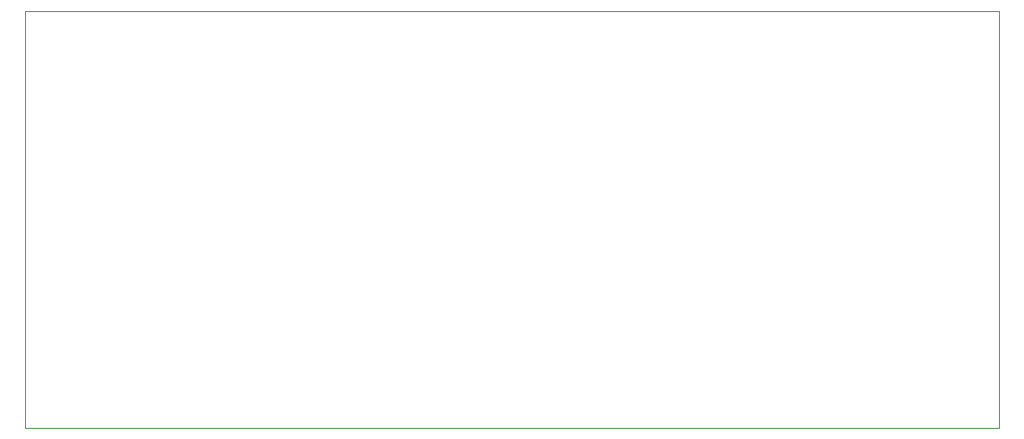
<source format=gbr>
%TF.GenerationSoftware,KiCad,Pcbnew,(6.0.10)*%
%TF.CreationDate,2023-02-16T14:16:27-08:00*%
%TF.ProjectId,Exercise1,45786572-6369-4736-9531-2e6b69636164,rev?*%
%TF.SameCoordinates,Original*%
%TF.FileFunction,Profile,NP*%
%FSLAX46Y46*%
G04 Gerber Fmt 4.6, Leading zero omitted, Abs format (unit mm)*
G04 Created by KiCad (PCBNEW (6.0.10)) date 2023-02-16 14:16:27*
%MOMM*%
%LPD*%
G01*
G04 APERTURE LIST*
%TA.AperFunction,Profile*%
%ADD10C,0.100000*%
%TD*%
G04 APERTURE END LIST*
D10*
X185420000Y-101600000D02*
X96520000Y-101600000D01*
X96520000Y-101600000D02*
X96520000Y-63500000D01*
X96520000Y-63500000D02*
X185420000Y-63500000D01*
X185420000Y-63500000D02*
X185420000Y-101600000D01*
M02*

</source>
